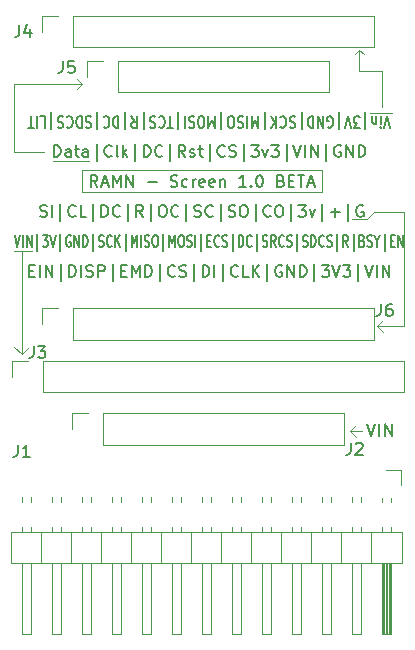
<source format=gbr>
G04 #@! TF.GenerationSoftware,KiCad,Pcbnew,(5.1.4)-1*
G04 #@! TF.CreationDate,2019-12-12T19:40:31+09:00*
G04 #@! TF.ProjectId,microcar_head,6d696372-6f63-4617-925f-686561642e6b,rev?*
G04 #@! TF.SameCoordinates,Original*
G04 #@! TF.FileFunction,Legend,Top*
G04 #@! TF.FilePolarity,Positive*
%FSLAX46Y46*%
G04 Gerber Fmt 4.6, Leading zero omitted, Abs format (unit mm)*
G04 Created by KiCad (PCBNEW (5.1.4)-1) date 2019-12-12 19:40:31*
%MOMM*%
%LPD*%
G04 APERTURE LIST*
%ADD10C,0.120000*%
%ADD11C,0.150000*%
G04 APERTURE END LIST*
D10*
X18415000Y-24765000D02*
X17970500Y-25146000D01*
X18415000Y-24765000D02*
X17970500Y-24320500D01*
X41910000Y-21844000D02*
X42291000Y-22225000D01*
X41910000Y-21844000D02*
X41529000Y-22225000D01*
X41910000Y-23622000D02*
X43815000Y-23622000D01*
X41910000Y-21844000D02*
X41910000Y-23622000D01*
X41148000Y-54102000D02*
X41656000Y-54610000D01*
X41656000Y-53594000D02*
X41148000Y-54102000D01*
X41148000Y-54102000D02*
X41656000Y-53594000D01*
X42164000Y-54102000D02*
X41148000Y-54102000D01*
D11*
X42592761Y-53554380D02*
X42926095Y-54554380D01*
X43259428Y-53554380D01*
X43592761Y-54554380D02*
X43592761Y-53554380D01*
X44068952Y-54554380D02*
X44068952Y-53554380D01*
X44640380Y-54554380D01*
X44640380Y-53554380D01*
D10*
X43434000Y-45212000D02*
X43942000Y-45720000D01*
X43434000Y-45212000D02*
X43942000Y-44704000D01*
X45720000Y-45212000D02*
X43434000Y-45212000D01*
X12700000Y-38862000D02*
X14224000Y-38862000D01*
X16002000Y-31242000D02*
X19050000Y-31242000D01*
X38735000Y-33909000D02*
X18415000Y-33909000D01*
X38735000Y-32004000D02*
X38735000Y-33909000D01*
X18415000Y-32004000D02*
X38735000Y-32004000D01*
X18415000Y-33909000D02*
X18415000Y-32004000D01*
D11*
X19741666Y-33472380D02*
X19408333Y-32996190D01*
X19170238Y-33472380D02*
X19170238Y-32472380D01*
X19551190Y-32472380D01*
X19646428Y-32520000D01*
X19694047Y-32567619D01*
X19741666Y-32662857D01*
X19741666Y-32805714D01*
X19694047Y-32900952D01*
X19646428Y-32948571D01*
X19551190Y-32996190D01*
X19170238Y-32996190D01*
X20122619Y-33186666D02*
X20598809Y-33186666D01*
X20027380Y-33472380D02*
X20360714Y-32472380D01*
X20694047Y-33472380D01*
X21027380Y-33472380D02*
X21027380Y-32472380D01*
X21360714Y-33186666D01*
X21694047Y-32472380D01*
X21694047Y-33472380D01*
X22170238Y-33472380D02*
X22170238Y-32472380D01*
X22741666Y-33472380D01*
X22741666Y-32472380D01*
X23979761Y-33091428D02*
X24741666Y-33091428D01*
X25932142Y-33424761D02*
X26075000Y-33472380D01*
X26313095Y-33472380D01*
X26408333Y-33424761D01*
X26455952Y-33377142D01*
X26503571Y-33281904D01*
X26503571Y-33186666D01*
X26455952Y-33091428D01*
X26408333Y-33043809D01*
X26313095Y-32996190D01*
X26122619Y-32948571D01*
X26027380Y-32900952D01*
X25979761Y-32853333D01*
X25932142Y-32758095D01*
X25932142Y-32662857D01*
X25979761Y-32567619D01*
X26027380Y-32520000D01*
X26122619Y-32472380D01*
X26360714Y-32472380D01*
X26503571Y-32520000D01*
X27360714Y-33424761D02*
X27265476Y-33472380D01*
X27075000Y-33472380D01*
X26979761Y-33424761D01*
X26932142Y-33377142D01*
X26884523Y-33281904D01*
X26884523Y-32996190D01*
X26932142Y-32900952D01*
X26979761Y-32853333D01*
X27075000Y-32805714D01*
X27265476Y-32805714D01*
X27360714Y-32853333D01*
X27789285Y-33472380D02*
X27789285Y-32805714D01*
X27789285Y-32996190D02*
X27836904Y-32900952D01*
X27884523Y-32853333D01*
X27979761Y-32805714D01*
X28075000Y-32805714D01*
X28789285Y-33424761D02*
X28694047Y-33472380D01*
X28503571Y-33472380D01*
X28408333Y-33424761D01*
X28360714Y-33329523D01*
X28360714Y-32948571D01*
X28408333Y-32853333D01*
X28503571Y-32805714D01*
X28694047Y-32805714D01*
X28789285Y-32853333D01*
X28836904Y-32948571D01*
X28836904Y-33043809D01*
X28360714Y-33139047D01*
X29646428Y-33424761D02*
X29551190Y-33472380D01*
X29360714Y-33472380D01*
X29265476Y-33424761D01*
X29217857Y-33329523D01*
X29217857Y-32948571D01*
X29265476Y-32853333D01*
X29360714Y-32805714D01*
X29551190Y-32805714D01*
X29646428Y-32853333D01*
X29694047Y-32948571D01*
X29694047Y-33043809D01*
X29217857Y-33139047D01*
X30122619Y-32805714D02*
X30122619Y-33472380D01*
X30122619Y-32900952D02*
X30170238Y-32853333D01*
X30265476Y-32805714D01*
X30408333Y-32805714D01*
X30503571Y-32853333D01*
X30551190Y-32948571D01*
X30551190Y-33472380D01*
X32313095Y-33472380D02*
X31741666Y-33472380D01*
X32027380Y-33472380D02*
X32027380Y-32472380D01*
X31932142Y-32615238D01*
X31836904Y-32710476D01*
X31741666Y-32758095D01*
X32741666Y-33377142D02*
X32789285Y-33424761D01*
X32741666Y-33472380D01*
X32694047Y-33424761D01*
X32741666Y-33377142D01*
X32741666Y-33472380D01*
X33408333Y-32472380D02*
X33503571Y-32472380D01*
X33598809Y-32520000D01*
X33646428Y-32567619D01*
X33694047Y-32662857D01*
X33741666Y-32853333D01*
X33741666Y-33091428D01*
X33694047Y-33281904D01*
X33646428Y-33377142D01*
X33598809Y-33424761D01*
X33503571Y-33472380D01*
X33408333Y-33472380D01*
X33313095Y-33424761D01*
X33265476Y-33377142D01*
X33217857Y-33281904D01*
X33170238Y-33091428D01*
X33170238Y-32853333D01*
X33217857Y-32662857D01*
X33265476Y-32567619D01*
X33313095Y-32520000D01*
X33408333Y-32472380D01*
X35265476Y-32948571D02*
X35408333Y-32996190D01*
X35455952Y-33043809D01*
X35503571Y-33139047D01*
X35503571Y-33281904D01*
X35455952Y-33377142D01*
X35408333Y-33424761D01*
X35313095Y-33472380D01*
X34932142Y-33472380D01*
X34932142Y-32472380D01*
X35265476Y-32472380D01*
X35360714Y-32520000D01*
X35408333Y-32567619D01*
X35455952Y-32662857D01*
X35455952Y-32758095D01*
X35408333Y-32853333D01*
X35360714Y-32900952D01*
X35265476Y-32948571D01*
X34932142Y-32948571D01*
X35932142Y-32948571D02*
X36265476Y-32948571D01*
X36408333Y-33472380D02*
X35932142Y-33472380D01*
X35932142Y-32472380D01*
X36408333Y-32472380D01*
X36694047Y-32472380D02*
X37265476Y-32472380D01*
X36979761Y-33472380D02*
X36979761Y-32472380D01*
X37551190Y-33186666D02*
X38027380Y-33186666D01*
X37455952Y-33472380D02*
X37789285Y-32472380D01*
X38122619Y-33472380D01*
D10*
X42799000Y-27178000D02*
X44704000Y-27178000D01*
X42545000Y-36195000D02*
X43180000Y-35560000D01*
X41275000Y-36195000D02*
X42545000Y-36195000D01*
X13335000Y-47625000D02*
X13970000Y-46990000D01*
X12700000Y-46990000D02*
X13335000Y-47625000D01*
X13335000Y-47625000D02*
X12700000Y-46990000D01*
X13335000Y-38862000D02*
X13335000Y-47625000D01*
X45720000Y-35560000D02*
X45720000Y-45212000D01*
X43180000Y-35560000D02*
X45720000Y-35560000D01*
X12700000Y-30480000D02*
X15240000Y-30480000D01*
X12700000Y-24765000D02*
X12700000Y-30480000D01*
X18415000Y-24765000D02*
X12700000Y-24765000D01*
X43815000Y-23622000D02*
X43815000Y-26670000D01*
D11*
X13971904Y-40568571D02*
X14305238Y-40568571D01*
X14448095Y-41092380D02*
X13971904Y-41092380D01*
X13971904Y-40092380D01*
X14448095Y-40092380D01*
X14876666Y-41092380D02*
X14876666Y-40092380D01*
X15352857Y-41092380D02*
X15352857Y-40092380D01*
X15924285Y-41092380D01*
X15924285Y-40092380D01*
X16638571Y-41425714D02*
X16638571Y-39997142D01*
X17352857Y-41092380D02*
X17352857Y-40092380D01*
X17590952Y-40092380D01*
X17733809Y-40140000D01*
X17829047Y-40235238D01*
X17876666Y-40330476D01*
X17924285Y-40520952D01*
X17924285Y-40663809D01*
X17876666Y-40854285D01*
X17829047Y-40949523D01*
X17733809Y-41044761D01*
X17590952Y-41092380D01*
X17352857Y-41092380D01*
X18352857Y-41092380D02*
X18352857Y-40092380D01*
X18781428Y-41044761D02*
X18924285Y-41092380D01*
X19162380Y-41092380D01*
X19257619Y-41044761D01*
X19305238Y-40997142D01*
X19352857Y-40901904D01*
X19352857Y-40806666D01*
X19305238Y-40711428D01*
X19257619Y-40663809D01*
X19162380Y-40616190D01*
X18971904Y-40568571D01*
X18876666Y-40520952D01*
X18829047Y-40473333D01*
X18781428Y-40378095D01*
X18781428Y-40282857D01*
X18829047Y-40187619D01*
X18876666Y-40140000D01*
X18971904Y-40092380D01*
X19210000Y-40092380D01*
X19352857Y-40140000D01*
X19781428Y-41092380D02*
X19781428Y-40092380D01*
X20162380Y-40092380D01*
X20257619Y-40140000D01*
X20305238Y-40187619D01*
X20352857Y-40282857D01*
X20352857Y-40425714D01*
X20305238Y-40520952D01*
X20257619Y-40568571D01*
X20162380Y-40616190D01*
X19781428Y-40616190D01*
X21019523Y-41425714D02*
X21019523Y-39997142D01*
X21733809Y-40568571D02*
X22067142Y-40568571D01*
X22210000Y-41092380D02*
X21733809Y-41092380D01*
X21733809Y-40092380D01*
X22210000Y-40092380D01*
X22638571Y-41092380D02*
X22638571Y-40092380D01*
X22971904Y-40806666D01*
X23305238Y-40092380D01*
X23305238Y-41092380D01*
X23781428Y-41092380D02*
X23781428Y-40092380D01*
X24019523Y-40092380D01*
X24162380Y-40140000D01*
X24257619Y-40235238D01*
X24305238Y-40330476D01*
X24352857Y-40520952D01*
X24352857Y-40663809D01*
X24305238Y-40854285D01*
X24257619Y-40949523D01*
X24162380Y-41044761D01*
X24019523Y-41092380D01*
X23781428Y-41092380D01*
X25019523Y-41425714D02*
X25019523Y-39997142D01*
X26305238Y-40997142D02*
X26257619Y-41044761D01*
X26114761Y-41092380D01*
X26019523Y-41092380D01*
X25876666Y-41044761D01*
X25781428Y-40949523D01*
X25733809Y-40854285D01*
X25686190Y-40663809D01*
X25686190Y-40520952D01*
X25733809Y-40330476D01*
X25781428Y-40235238D01*
X25876666Y-40140000D01*
X26019523Y-40092380D01*
X26114761Y-40092380D01*
X26257619Y-40140000D01*
X26305238Y-40187619D01*
X26686190Y-41044761D02*
X26829047Y-41092380D01*
X27067142Y-41092380D01*
X27162380Y-41044761D01*
X27210000Y-40997142D01*
X27257619Y-40901904D01*
X27257619Y-40806666D01*
X27210000Y-40711428D01*
X27162380Y-40663809D01*
X27067142Y-40616190D01*
X26876666Y-40568571D01*
X26781428Y-40520952D01*
X26733809Y-40473333D01*
X26686190Y-40378095D01*
X26686190Y-40282857D01*
X26733809Y-40187619D01*
X26781428Y-40140000D01*
X26876666Y-40092380D01*
X27114761Y-40092380D01*
X27257619Y-40140000D01*
X27924285Y-41425714D02*
X27924285Y-39997142D01*
X28638571Y-41092380D02*
X28638571Y-40092380D01*
X28876666Y-40092380D01*
X29019523Y-40140000D01*
X29114761Y-40235238D01*
X29162380Y-40330476D01*
X29210000Y-40520952D01*
X29210000Y-40663809D01*
X29162380Y-40854285D01*
X29114761Y-40949523D01*
X29019523Y-41044761D01*
X28876666Y-41092380D01*
X28638571Y-41092380D01*
X29638571Y-41092380D02*
X29638571Y-40092380D01*
X30352857Y-41425714D02*
X30352857Y-39997142D01*
X31638571Y-40997142D02*
X31590952Y-41044761D01*
X31448095Y-41092380D01*
X31352857Y-41092380D01*
X31210000Y-41044761D01*
X31114761Y-40949523D01*
X31067142Y-40854285D01*
X31019523Y-40663809D01*
X31019523Y-40520952D01*
X31067142Y-40330476D01*
X31114761Y-40235238D01*
X31210000Y-40140000D01*
X31352857Y-40092380D01*
X31448095Y-40092380D01*
X31590952Y-40140000D01*
X31638571Y-40187619D01*
X32543333Y-41092380D02*
X32067142Y-41092380D01*
X32067142Y-40092380D01*
X32876666Y-41092380D02*
X32876666Y-40092380D01*
X33448095Y-41092380D02*
X33019523Y-40520952D01*
X33448095Y-40092380D02*
X32876666Y-40663809D01*
X34114761Y-41425714D02*
X34114761Y-39997142D01*
X35352857Y-40140000D02*
X35257619Y-40092380D01*
X35114761Y-40092380D01*
X34971904Y-40140000D01*
X34876666Y-40235238D01*
X34829047Y-40330476D01*
X34781428Y-40520952D01*
X34781428Y-40663809D01*
X34829047Y-40854285D01*
X34876666Y-40949523D01*
X34971904Y-41044761D01*
X35114761Y-41092380D01*
X35210000Y-41092380D01*
X35352857Y-41044761D01*
X35400476Y-40997142D01*
X35400476Y-40663809D01*
X35210000Y-40663809D01*
X35829047Y-41092380D02*
X35829047Y-40092380D01*
X36400476Y-41092380D01*
X36400476Y-40092380D01*
X36876666Y-41092380D02*
X36876666Y-40092380D01*
X37114761Y-40092380D01*
X37257619Y-40140000D01*
X37352857Y-40235238D01*
X37400476Y-40330476D01*
X37448095Y-40520952D01*
X37448095Y-40663809D01*
X37400476Y-40854285D01*
X37352857Y-40949523D01*
X37257619Y-41044761D01*
X37114761Y-41092380D01*
X36876666Y-41092380D01*
X38114761Y-41425714D02*
X38114761Y-39997142D01*
X38733809Y-40092380D02*
X39352857Y-40092380D01*
X39019523Y-40473333D01*
X39162380Y-40473333D01*
X39257619Y-40520952D01*
X39305238Y-40568571D01*
X39352857Y-40663809D01*
X39352857Y-40901904D01*
X39305238Y-40997142D01*
X39257619Y-41044761D01*
X39162380Y-41092380D01*
X38876666Y-41092380D01*
X38781428Y-41044761D01*
X38733809Y-40997142D01*
X39638571Y-40092380D02*
X39971904Y-41092380D01*
X40305238Y-40092380D01*
X40543333Y-40092380D02*
X41162380Y-40092380D01*
X40829047Y-40473333D01*
X40971904Y-40473333D01*
X41067142Y-40520952D01*
X41114761Y-40568571D01*
X41162380Y-40663809D01*
X41162380Y-40901904D01*
X41114761Y-40997142D01*
X41067142Y-41044761D01*
X40971904Y-41092380D01*
X40686190Y-41092380D01*
X40590952Y-41044761D01*
X40543333Y-40997142D01*
X41829047Y-41425714D02*
X41829047Y-39997142D01*
X42400476Y-40092380D02*
X42733809Y-41092380D01*
X43067142Y-40092380D01*
X43400476Y-41092380D02*
X43400476Y-40092380D01*
X43876666Y-41092380D02*
X43876666Y-40092380D01*
X44448095Y-41092380D01*
X44448095Y-40092380D01*
X12726666Y-37552380D02*
X12960000Y-38552380D01*
X13193333Y-37552380D01*
X13426666Y-38552380D02*
X13426666Y-37552380D01*
X13760000Y-38552380D02*
X13760000Y-37552380D01*
X14160000Y-38552380D01*
X14160000Y-37552380D01*
X14660000Y-38885714D02*
X14660000Y-37457142D01*
X15093333Y-37552380D02*
X15526666Y-37552380D01*
X15293333Y-37933333D01*
X15393333Y-37933333D01*
X15460000Y-37980952D01*
X15493333Y-38028571D01*
X15526666Y-38123809D01*
X15526666Y-38361904D01*
X15493333Y-38457142D01*
X15460000Y-38504761D01*
X15393333Y-38552380D01*
X15193333Y-38552380D01*
X15126666Y-38504761D01*
X15093333Y-38457142D01*
X15726666Y-37552380D02*
X15960000Y-38552380D01*
X16193333Y-37552380D01*
X16593333Y-38885714D02*
X16593333Y-37457142D01*
X17460000Y-37600000D02*
X17393333Y-37552380D01*
X17293333Y-37552380D01*
X17193333Y-37600000D01*
X17126666Y-37695238D01*
X17093333Y-37790476D01*
X17060000Y-37980952D01*
X17060000Y-38123809D01*
X17093333Y-38314285D01*
X17126666Y-38409523D01*
X17193333Y-38504761D01*
X17293333Y-38552380D01*
X17360000Y-38552380D01*
X17460000Y-38504761D01*
X17493333Y-38457142D01*
X17493333Y-38123809D01*
X17360000Y-38123809D01*
X17793333Y-38552380D02*
X17793333Y-37552380D01*
X18193333Y-38552380D01*
X18193333Y-37552380D01*
X18526666Y-38552380D02*
X18526666Y-37552380D01*
X18693333Y-37552380D01*
X18793333Y-37600000D01*
X18860000Y-37695238D01*
X18893333Y-37790476D01*
X18926666Y-37980952D01*
X18926666Y-38123809D01*
X18893333Y-38314285D01*
X18860000Y-38409523D01*
X18793333Y-38504761D01*
X18693333Y-38552380D01*
X18526666Y-38552380D01*
X19393333Y-38885714D02*
X19393333Y-37457142D01*
X19860000Y-38504761D02*
X19960000Y-38552380D01*
X20126666Y-38552380D01*
X20193333Y-38504761D01*
X20226666Y-38457142D01*
X20260000Y-38361904D01*
X20260000Y-38266666D01*
X20226666Y-38171428D01*
X20193333Y-38123809D01*
X20126666Y-38076190D01*
X19993333Y-38028571D01*
X19926666Y-37980952D01*
X19893333Y-37933333D01*
X19860000Y-37838095D01*
X19860000Y-37742857D01*
X19893333Y-37647619D01*
X19926666Y-37600000D01*
X19993333Y-37552380D01*
X20160000Y-37552380D01*
X20260000Y-37600000D01*
X20960000Y-38457142D02*
X20926666Y-38504761D01*
X20826666Y-38552380D01*
X20760000Y-38552380D01*
X20660000Y-38504761D01*
X20593333Y-38409523D01*
X20560000Y-38314285D01*
X20526666Y-38123809D01*
X20526666Y-37980952D01*
X20560000Y-37790476D01*
X20593333Y-37695238D01*
X20660000Y-37600000D01*
X20760000Y-37552380D01*
X20826666Y-37552380D01*
X20926666Y-37600000D01*
X20960000Y-37647619D01*
X21260000Y-38552380D02*
X21260000Y-37552380D01*
X21660000Y-38552380D02*
X21360000Y-37980952D01*
X21660000Y-37552380D02*
X21260000Y-38123809D01*
X22126666Y-38885714D02*
X22126666Y-37457142D01*
X22626666Y-38552380D02*
X22626666Y-37552380D01*
X22860000Y-38266666D01*
X23093333Y-37552380D01*
X23093333Y-38552380D01*
X23426666Y-38552380D02*
X23426666Y-37552380D01*
X23726666Y-38504761D02*
X23826666Y-38552380D01*
X23993333Y-38552380D01*
X24060000Y-38504761D01*
X24093333Y-38457142D01*
X24126666Y-38361904D01*
X24126666Y-38266666D01*
X24093333Y-38171428D01*
X24060000Y-38123809D01*
X23993333Y-38076190D01*
X23860000Y-38028571D01*
X23793333Y-37980952D01*
X23760000Y-37933333D01*
X23726666Y-37838095D01*
X23726666Y-37742857D01*
X23760000Y-37647619D01*
X23793333Y-37600000D01*
X23860000Y-37552380D01*
X24026666Y-37552380D01*
X24126666Y-37600000D01*
X24560000Y-37552380D02*
X24693333Y-37552380D01*
X24760000Y-37600000D01*
X24826666Y-37695238D01*
X24860000Y-37885714D01*
X24860000Y-38219047D01*
X24826666Y-38409523D01*
X24760000Y-38504761D01*
X24693333Y-38552380D01*
X24560000Y-38552380D01*
X24493333Y-38504761D01*
X24426666Y-38409523D01*
X24393333Y-38219047D01*
X24393333Y-37885714D01*
X24426666Y-37695238D01*
X24493333Y-37600000D01*
X24560000Y-37552380D01*
X25326666Y-38885714D02*
X25326666Y-37457142D01*
X25826666Y-38552380D02*
X25826666Y-37552380D01*
X26060000Y-38266666D01*
X26293333Y-37552380D01*
X26293333Y-38552380D01*
X26760000Y-37552380D02*
X26893333Y-37552380D01*
X26960000Y-37600000D01*
X27026666Y-37695238D01*
X27060000Y-37885714D01*
X27060000Y-38219047D01*
X27026666Y-38409523D01*
X26960000Y-38504761D01*
X26893333Y-38552380D01*
X26760000Y-38552380D01*
X26693333Y-38504761D01*
X26626666Y-38409523D01*
X26593333Y-38219047D01*
X26593333Y-37885714D01*
X26626666Y-37695238D01*
X26693333Y-37600000D01*
X26760000Y-37552380D01*
X27326666Y-38504761D02*
X27426666Y-38552380D01*
X27593333Y-38552380D01*
X27660000Y-38504761D01*
X27693333Y-38457142D01*
X27726666Y-38361904D01*
X27726666Y-38266666D01*
X27693333Y-38171428D01*
X27660000Y-38123809D01*
X27593333Y-38076190D01*
X27460000Y-38028571D01*
X27393333Y-37980952D01*
X27360000Y-37933333D01*
X27326666Y-37838095D01*
X27326666Y-37742857D01*
X27360000Y-37647619D01*
X27393333Y-37600000D01*
X27460000Y-37552380D01*
X27626666Y-37552380D01*
X27726666Y-37600000D01*
X28026666Y-38552380D02*
X28026666Y-37552380D01*
X28526666Y-38885714D02*
X28526666Y-37457142D01*
X29026666Y-38028571D02*
X29260000Y-38028571D01*
X29360000Y-38552380D02*
X29026666Y-38552380D01*
X29026666Y-37552380D01*
X29360000Y-37552380D01*
X30060000Y-38457142D02*
X30026666Y-38504761D01*
X29926666Y-38552380D01*
X29860000Y-38552380D01*
X29760000Y-38504761D01*
X29693333Y-38409523D01*
X29660000Y-38314285D01*
X29626666Y-38123809D01*
X29626666Y-37980952D01*
X29660000Y-37790476D01*
X29693333Y-37695238D01*
X29760000Y-37600000D01*
X29860000Y-37552380D01*
X29926666Y-37552380D01*
X30026666Y-37600000D01*
X30060000Y-37647619D01*
X30326666Y-38504761D02*
X30426666Y-38552380D01*
X30593333Y-38552380D01*
X30660000Y-38504761D01*
X30693333Y-38457142D01*
X30726666Y-38361904D01*
X30726666Y-38266666D01*
X30693333Y-38171428D01*
X30660000Y-38123809D01*
X30593333Y-38076190D01*
X30460000Y-38028571D01*
X30393333Y-37980952D01*
X30360000Y-37933333D01*
X30326666Y-37838095D01*
X30326666Y-37742857D01*
X30360000Y-37647619D01*
X30393333Y-37600000D01*
X30460000Y-37552380D01*
X30626666Y-37552380D01*
X30726666Y-37600000D01*
X31193333Y-38885714D02*
X31193333Y-37457142D01*
X31693333Y-38552380D02*
X31693333Y-37552380D01*
X31860000Y-37552380D01*
X31960000Y-37600000D01*
X32026666Y-37695238D01*
X32060000Y-37790476D01*
X32093333Y-37980952D01*
X32093333Y-38123809D01*
X32060000Y-38314285D01*
X32026666Y-38409523D01*
X31960000Y-38504761D01*
X31860000Y-38552380D01*
X31693333Y-38552380D01*
X32793333Y-38457142D02*
X32760000Y-38504761D01*
X32660000Y-38552380D01*
X32593333Y-38552380D01*
X32493333Y-38504761D01*
X32426666Y-38409523D01*
X32393333Y-38314285D01*
X32360000Y-38123809D01*
X32360000Y-37980952D01*
X32393333Y-37790476D01*
X32426666Y-37695238D01*
X32493333Y-37600000D01*
X32593333Y-37552380D01*
X32660000Y-37552380D01*
X32760000Y-37600000D01*
X32793333Y-37647619D01*
X33260000Y-38885714D02*
X33260000Y-37457142D01*
X33726666Y-38504761D02*
X33826666Y-38552380D01*
X33993333Y-38552380D01*
X34060000Y-38504761D01*
X34093333Y-38457142D01*
X34126666Y-38361904D01*
X34126666Y-38266666D01*
X34093333Y-38171428D01*
X34060000Y-38123809D01*
X33993333Y-38076190D01*
X33860000Y-38028571D01*
X33793333Y-37980952D01*
X33760000Y-37933333D01*
X33726666Y-37838095D01*
X33726666Y-37742857D01*
X33760000Y-37647619D01*
X33793333Y-37600000D01*
X33860000Y-37552380D01*
X34026666Y-37552380D01*
X34126666Y-37600000D01*
X34826666Y-38552380D02*
X34593333Y-38076190D01*
X34426666Y-38552380D02*
X34426666Y-37552380D01*
X34693333Y-37552380D01*
X34760000Y-37600000D01*
X34793333Y-37647619D01*
X34826666Y-37742857D01*
X34826666Y-37885714D01*
X34793333Y-37980952D01*
X34760000Y-38028571D01*
X34693333Y-38076190D01*
X34426666Y-38076190D01*
X35526666Y-38457142D02*
X35493333Y-38504761D01*
X35393333Y-38552380D01*
X35326666Y-38552380D01*
X35226666Y-38504761D01*
X35160000Y-38409523D01*
X35126666Y-38314285D01*
X35093333Y-38123809D01*
X35093333Y-37980952D01*
X35126666Y-37790476D01*
X35160000Y-37695238D01*
X35226666Y-37600000D01*
X35326666Y-37552380D01*
X35393333Y-37552380D01*
X35493333Y-37600000D01*
X35526666Y-37647619D01*
X35793333Y-38504761D02*
X35893333Y-38552380D01*
X36060000Y-38552380D01*
X36126666Y-38504761D01*
X36160000Y-38457142D01*
X36193333Y-38361904D01*
X36193333Y-38266666D01*
X36160000Y-38171428D01*
X36126666Y-38123809D01*
X36060000Y-38076190D01*
X35926666Y-38028571D01*
X35860000Y-37980952D01*
X35826666Y-37933333D01*
X35793333Y-37838095D01*
X35793333Y-37742857D01*
X35826666Y-37647619D01*
X35860000Y-37600000D01*
X35926666Y-37552380D01*
X36093333Y-37552380D01*
X36193333Y-37600000D01*
X36660000Y-38885714D02*
X36660000Y-37457142D01*
X37126666Y-38504761D02*
X37226666Y-38552380D01*
X37393333Y-38552380D01*
X37460000Y-38504761D01*
X37493333Y-38457142D01*
X37526666Y-38361904D01*
X37526666Y-38266666D01*
X37493333Y-38171428D01*
X37460000Y-38123809D01*
X37393333Y-38076190D01*
X37260000Y-38028571D01*
X37193333Y-37980952D01*
X37160000Y-37933333D01*
X37126666Y-37838095D01*
X37126666Y-37742857D01*
X37160000Y-37647619D01*
X37193333Y-37600000D01*
X37260000Y-37552380D01*
X37426666Y-37552380D01*
X37526666Y-37600000D01*
X37826666Y-38552380D02*
X37826666Y-37552380D01*
X37993333Y-37552380D01*
X38093333Y-37600000D01*
X38160000Y-37695238D01*
X38193333Y-37790476D01*
X38226666Y-37980952D01*
X38226666Y-38123809D01*
X38193333Y-38314285D01*
X38160000Y-38409523D01*
X38093333Y-38504761D01*
X37993333Y-38552380D01*
X37826666Y-38552380D01*
X38926666Y-38457142D02*
X38893333Y-38504761D01*
X38793333Y-38552380D01*
X38726666Y-38552380D01*
X38626666Y-38504761D01*
X38560000Y-38409523D01*
X38526666Y-38314285D01*
X38493333Y-38123809D01*
X38493333Y-37980952D01*
X38526666Y-37790476D01*
X38560000Y-37695238D01*
X38626666Y-37600000D01*
X38726666Y-37552380D01*
X38793333Y-37552380D01*
X38893333Y-37600000D01*
X38926666Y-37647619D01*
X39193333Y-38504761D02*
X39293333Y-38552380D01*
X39460000Y-38552380D01*
X39526666Y-38504761D01*
X39560000Y-38457142D01*
X39593333Y-38361904D01*
X39593333Y-38266666D01*
X39560000Y-38171428D01*
X39526666Y-38123809D01*
X39460000Y-38076190D01*
X39326666Y-38028571D01*
X39260000Y-37980952D01*
X39226666Y-37933333D01*
X39193333Y-37838095D01*
X39193333Y-37742857D01*
X39226666Y-37647619D01*
X39260000Y-37600000D01*
X39326666Y-37552380D01*
X39493333Y-37552380D01*
X39593333Y-37600000D01*
X40060000Y-38885714D02*
X40060000Y-37457142D01*
X40960000Y-38552380D02*
X40726666Y-38076190D01*
X40560000Y-38552380D02*
X40560000Y-37552380D01*
X40826666Y-37552380D01*
X40893333Y-37600000D01*
X40926666Y-37647619D01*
X40960000Y-37742857D01*
X40960000Y-37885714D01*
X40926666Y-37980952D01*
X40893333Y-38028571D01*
X40826666Y-38076190D01*
X40560000Y-38076190D01*
X41426666Y-38885714D02*
X41426666Y-37457142D01*
X42160000Y-38028571D02*
X42260000Y-38076190D01*
X42293333Y-38123809D01*
X42326666Y-38219047D01*
X42326666Y-38361904D01*
X42293333Y-38457142D01*
X42260000Y-38504761D01*
X42193333Y-38552380D01*
X41926666Y-38552380D01*
X41926666Y-37552380D01*
X42160000Y-37552380D01*
X42226666Y-37600000D01*
X42260000Y-37647619D01*
X42293333Y-37742857D01*
X42293333Y-37838095D01*
X42260000Y-37933333D01*
X42226666Y-37980952D01*
X42160000Y-38028571D01*
X41926666Y-38028571D01*
X42593333Y-38504761D02*
X42693333Y-38552380D01*
X42860000Y-38552380D01*
X42926666Y-38504761D01*
X42960000Y-38457142D01*
X42993333Y-38361904D01*
X42993333Y-38266666D01*
X42960000Y-38171428D01*
X42926666Y-38123809D01*
X42860000Y-38076190D01*
X42726666Y-38028571D01*
X42660000Y-37980952D01*
X42626666Y-37933333D01*
X42593333Y-37838095D01*
X42593333Y-37742857D01*
X42626666Y-37647619D01*
X42660000Y-37600000D01*
X42726666Y-37552380D01*
X42893333Y-37552380D01*
X42993333Y-37600000D01*
X43426666Y-38076190D02*
X43426666Y-38552380D01*
X43193333Y-37552380D02*
X43426666Y-38076190D01*
X43660000Y-37552380D01*
X44060000Y-38885714D02*
X44060000Y-37457142D01*
X44560000Y-38028571D02*
X44793333Y-38028571D01*
X44893333Y-38552380D02*
X44560000Y-38552380D01*
X44560000Y-37552380D01*
X44893333Y-37552380D01*
X45193333Y-38552380D02*
X45193333Y-37552380D01*
X45593333Y-38552380D01*
X45593333Y-37552380D01*
X14884523Y-35964761D02*
X15027380Y-36012380D01*
X15265476Y-36012380D01*
X15360714Y-35964761D01*
X15408333Y-35917142D01*
X15455952Y-35821904D01*
X15455952Y-35726666D01*
X15408333Y-35631428D01*
X15360714Y-35583809D01*
X15265476Y-35536190D01*
X15075000Y-35488571D01*
X14979761Y-35440952D01*
X14932142Y-35393333D01*
X14884523Y-35298095D01*
X14884523Y-35202857D01*
X14932142Y-35107619D01*
X14979761Y-35060000D01*
X15075000Y-35012380D01*
X15313095Y-35012380D01*
X15455952Y-35060000D01*
X15884523Y-36012380D02*
X15884523Y-35012380D01*
X16598809Y-36345714D02*
X16598809Y-34917142D01*
X17884523Y-35917142D02*
X17836904Y-35964761D01*
X17694047Y-36012380D01*
X17598809Y-36012380D01*
X17455952Y-35964761D01*
X17360714Y-35869523D01*
X17313095Y-35774285D01*
X17265476Y-35583809D01*
X17265476Y-35440952D01*
X17313095Y-35250476D01*
X17360714Y-35155238D01*
X17455952Y-35060000D01*
X17598809Y-35012380D01*
X17694047Y-35012380D01*
X17836904Y-35060000D01*
X17884523Y-35107619D01*
X18789285Y-36012380D02*
X18313095Y-36012380D01*
X18313095Y-35012380D01*
X19360714Y-36345714D02*
X19360714Y-34917142D01*
X20075000Y-36012380D02*
X20075000Y-35012380D01*
X20313095Y-35012380D01*
X20455952Y-35060000D01*
X20551190Y-35155238D01*
X20598809Y-35250476D01*
X20646428Y-35440952D01*
X20646428Y-35583809D01*
X20598809Y-35774285D01*
X20551190Y-35869523D01*
X20455952Y-35964761D01*
X20313095Y-36012380D01*
X20075000Y-36012380D01*
X21646428Y-35917142D02*
X21598809Y-35964761D01*
X21455952Y-36012380D01*
X21360714Y-36012380D01*
X21217857Y-35964761D01*
X21122619Y-35869523D01*
X21075000Y-35774285D01*
X21027380Y-35583809D01*
X21027380Y-35440952D01*
X21075000Y-35250476D01*
X21122619Y-35155238D01*
X21217857Y-35060000D01*
X21360714Y-35012380D01*
X21455952Y-35012380D01*
X21598809Y-35060000D01*
X21646428Y-35107619D01*
X22313095Y-36345714D02*
X22313095Y-34917142D01*
X23598809Y-36012380D02*
X23265476Y-35536190D01*
X23027380Y-36012380D02*
X23027380Y-35012380D01*
X23408333Y-35012380D01*
X23503571Y-35060000D01*
X23551190Y-35107619D01*
X23598809Y-35202857D01*
X23598809Y-35345714D01*
X23551190Y-35440952D01*
X23503571Y-35488571D01*
X23408333Y-35536190D01*
X23027380Y-35536190D01*
X24265476Y-36345714D02*
X24265476Y-34917142D01*
X25170238Y-35012380D02*
X25360714Y-35012380D01*
X25455952Y-35060000D01*
X25551190Y-35155238D01*
X25598809Y-35345714D01*
X25598809Y-35679047D01*
X25551190Y-35869523D01*
X25455952Y-35964761D01*
X25360714Y-36012380D01*
X25170238Y-36012380D01*
X25075000Y-35964761D01*
X24979761Y-35869523D01*
X24932142Y-35679047D01*
X24932142Y-35345714D01*
X24979761Y-35155238D01*
X25075000Y-35060000D01*
X25170238Y-35012380D01*
X26598809Y-35917142D02*
X26551190Y-35964761D01*
X26408333Y-36012380D01*
X26313095Y-36012380D01*
X26170238Y-35964761D01*
X26075000Y-35869523D01*
X26027380Y-35774285D01*
X25979761Y-35583809D01*
X25979761Y-35440952D01*
X26027380Y-35250476D01*
X26075000Y-35155238D01*
X26170238Y-35060000D01*
X26313095Y-35012380D01*
X26408333Y-35012380D01*
X26551190Y-35060000D01*
X26598809Y-35107619D01*
X27265476Y-36345714D02*
X27265476Y-34917142D01*
X27932142Y-35964761D02*
X28075000Y-36012380D01*
X28313095Y-36012380D01*
X28408333Y-35964761D01*
X28455952Y-35917142D01*
X28503571Y-35821904D01*
X28503571Y-35726666D01*
X28455952Y-35631428D01*
X28408333Y-35583809D01*
X28313095Y-35536190D01*
X28122619Y-35488571D01*
X28027380Y-35440952D01*
X27979761Y-35393333D01*
X27932142Y-35298095D01*
X27932142Y-35202857D01*
X27979761Y-35107619D01*
X28027380Y-35060000D01*
X28122619Y-35012380D01*
X28360714Y-35012380D01*
X28503571Y-35060000D01*
X29503571Y-35917142D02*
X29455952Y-35964761D01*
X29313095Y-36012380D01*
X29217857Y-36012380D01*
X29074999Y-35964761D01*
X28979761Y-35869523D01*
X28932142Y-35774285D01*
X28884523Y-35583809D01*
X28884523Y-35440952D01*
X28932142Y-35250476D01*
X28979761Y-35155238D01*
X29074999Y-35060000D01*
X29217857Y-35012380D01*
X29313095Y-35012380D01*
X29455952Y-35060000D01*
X29503571Y-35107619D01*
X30170238Y-36345714D02*
X30170238Y-34917142D01*
X30836904Y-35964761D02*
X30979761Y-36012380D01*
X31217857Y-36012380D01*
X31313095Y-35964761D01*
X31360714Y-35917142D01*
X31408333Y-35821904D01*
X31408333Y-35726666D01*
X31360714Y-35631428D01*
X31313095Y-35583809D01*
X31217857Y-35536190D01*
X31027380Y-35488571D01*
X30932142Y-35440952D01*
X30884523Y-35393333D01*
X30836904Y-35298095D01*
X30836904Y-35202857D01*
X30884523Y-35107619D01*
X30932142Y-35060000D01*
X31027380Y-35012380D01*
X31265476Y-35012380D01*
X31408333Y-35060000D01*
X32027380Y-35012380D02*
X32217857Y-35012380D01*
X32313095Y-35060000D01*
X32408333Y-35155238D01*
X32455952Y-35345714D01*
X32455952Y-35679047D01*
X32408333Y-35869523D01*
X32313095Y-35964761D01*
X32217857Y-36012380D01*
X32027380Y-36012380D01*
X31932142Y-35964761D01*
X31836904Y-35869523D01*
X31789285Y-35679047D01*
X31789285Y-35345714D01*
X31836904Y-35155238D01*
X31932142Y-35060000D01*
X32027380Y-35012380D01*
X33122619Y-36345714D02*
X33122619Y-34917142D01*
X34408333Y-35917142D02*
X34360714Y-35964761D01*
X34217857Y-36012380D01*
X34122619Y-36012380D01*
X33979761Y-35964761D01*
X33884523Y-35869523D01*
X33836904Y-35774285D01*
X33789285Y-35583809D01*
X33789285Y-35440952D01*
X33836904Y-35250476D01*
X33884523Y-35155238D01*
X33979761Y-35060000D01*
X34122619Y-35012380D01*
X34217857Y-35012380D01*
X34360714Y-35060000D01*
X34408333Y-35107619D01*
X35027380Y-35012380D02*
X35217857Y-35012380D01*
X35313095Y-35060000D01*
X35408333Y-35155238D01*
X35455952Y-35345714D01*
X35455952Y-35679047D01*
X35408333Y-35869523D01*
X35313095Y-35964761D01*
X35217857Y-36012380D01*
X35027380Y-36012380D01*
X34932142Y-35964761D01*
X34836904Y-35869523D01*
X34789285Y-35679047D01*
X34789285Y-35345714D01*
X34836904Y-35155238D01*
X34932142Y-35060000D01*
X35027380Y-35012380D01*
X36122619Y-36345714D02*
X36122619Y-34917142D01*
X36741666Y-35012380D02*
X37360714Y-35012380D01*
X37027380Y-35393333D01*
X37170238Y-35393333D01*
X37265476Y-35440952D01*
X37313095Y-35488571D01*
X37360714Y-35583809D01*
X37360714Y-35821904D01*
X37313095Y-35917142D01*
X37265476Y-35964761D01*
X37170238Y-36012380D01*
X36884523Y-36012380D01*
X36789285Y-35964761D01*
X36741666Y-35917142D01*
X37694047Y-35345714D02*
X37932142Y-36012380D01*
X38170238Y-35345714D01*
X38789285Y-36345714D02*
X38789285Y-34917142D01*
X39503571Y-35631428D02*
X40265476Y-35631428D01*
X39884523Y-36012380D02*
X39884523Y-35250476D01*
X40979761Y-36345714D02*
X40979761Y-34917142D01*
X42217857Y-35060000D02*
X42122619Y-35012380D01*
X41979761Y-35012380D01*
X41836904Y-35060000D01*
X41741666Y-35155238D01*
X41694047Y-35250476D01*
X41646428Y-35440952D01*
X41646428Y-35583809D01*
X41694047Y-35774285D01*
X41741666Y-35869523D01*
X41836904Y-35964761D01*
X41979761Y-36012380D01*
X42074999Y-36012380D01*
X42217857Y-35964761D01*
X42265476Y-35917142D01*
X42265476Y-35583809D01*
X42074999Y-35583809D01*
X16043333Y-30932380D02*
X16043333Y-29932380D01*
X16281428Y-29932380D01*
X16424285Y-29980000D01*
X16519523Y-30075238D01*
X16567142Y-30170476D01*
X16614761Y-30360952D01*
X16614761Y-30503809D01*
X16567142Y-30694285D01*
X16519523Y-30789523D01*
X16424285Y-30884761D01*
X16281428Y-30932380D01*
X16043333Y-30932380D01*
X17471904Y-30932380D02*
X17471904Y-30408571D01*
X17424285Y-30313333D01*
X17329047Y-30265714D01*
X17138571Y-30265714D01*
X17043333Y-30313333D01*
X17471904Y-30884761D02*
X17376666Y-30932380D01*
X17138571Y-30932380D01*
X17043333Y-30884761D01*
X16995714Y-30789523D01*
X16995714Y-30694285D01*
X17043333Y-30599047D01*
X17138571Y-30551428D01*
X17376666Y-30551428D01*
X17471904Y-30503809D01*
X17805238Y-30265714D02*
X18186190Y-30265714D01*
X17948095Y-29932380D02*
X17948095Y-30789523D01*
X17995714Y-30884761D01*
X18090952Y-30932380D01*
X18186190Y-30932380D01*
X18948095Y-30932380D02*
X18948095Y-30408571D01*
X18900476Y-30313333D01*
X18805238Y-30265714D01*
X18614761Y-30265714D01*
X18519523Y-30313333D01*
X18948095Y-30884761D02*
X18852857Y-30932380D01*
X18614761Y-30932380D01*
X18519523Y-30884761D01*
X18471904Y-30789523D01*
X18471904Y-30694285D01*
X18519523Y-30599047D01*
X18614761Y-30551428D01*
X18852857Y-30551428D01*
X18948095Y-30503809D01*
X19662380Y-31265714D02*
X19662380Y-29837142D01*
X20948095Y-30837142D02*
X20900476Y-30884761D01*
X20757619Y-30932380D01*
X20662380Y-30932380D01*
X20519523Y-30884761D01*
X20424285Y-30789523D01*
X20376666Y-30694285D01*
X20329047Y-30503809D01*
X20329047Y-30360952D01*
X20376666Y-30170476D01*
X20424285Y-30075238D01*
X20519523Y-29980000D01*
X20662380Y-29932380D01*
X20757619Y-29932380D01*
X20900476Y-29980000D01*
X20948095Y-30027619D01*
X21519523Y-30932380D02*
X21424285Y-30884761D01*
X21376666Y-30789523D01*
X21376666Y-29932380D01*
X21900476Y-30932380D02*
X21900476Y-29932380D01*
X21995714Y-30551428D02*
X22281428Y-30932380D01*
X22281428Y-30265714D02*
X21900476Y-30646666D01*
X22948095Y-31265714D02*
X22948095Y-29837142D01*
X23662380Y-30932380D02*
X23662380Y-29932380D01*
X23900476Y-29932380D01*
X24043333Y-29980000D01*
X24138571Y-30075238D01*
X24186190Y-30170476D01*
X24233809Y-30360952D01*
X24233809Y-30503809D01*
X24186190Y-30694285D01*
X24138571Y-30789523D01*
X24043333Y-30884761D01*
X23900476Y-30932380D01*
X23662380Y-30932380D01*
X25233809Y-30837142D02*
X25186190Y-30884761D01*
X25043333Y-30932380D01*
X24948095Y-30932380D01*
X24805238Y-30884761D01*
X24710000Y-30789523D01*
X24662380Y-30694285D01*
X24614761Y-30503809D01*
X24614761Y-30360952D01*
X24662380Y-30170476D01*
X24710000Y-30075238D01*
X24805238Y-29980000D01*
X24948095Y-29932380D01*
X25043333Y-29932380D01*
X25186190Y-29980000D01*
X25233809Y-30027619D01*
X25900476Y-31265714D02*
X25900476Y-29837142D01*
X27186190Y-30932380D02*
X26852857Y-30456190D01*
X26614761Y-30932380D02*
X26614761Y-29932380D01*
X26995714Y-29932380D01*
X27090952Y-29980000D01*
X27138571Y-30027619D01*
X27186190Y-30122857D01*
X27186190Y-30265714D01*
X27138571Y-30360952D01*
X27090952Y-30408571D01*
X26995714Y-30456190D01*
X26614761Y-30456190D01*
X27567142Y-30884761D02*
X27662380Y-30932380D01*
X27852857Y-30932380D01*
X27948095Y-30884761D01*
X27995714Y-30789523D01*
X27995714Y-30741904D01*
X27948095Y-30646666D01*
X27852857Y-30599047D01*
X27710000Y-30599047D01*
X27614761Y-30551428D01*
X27567142Y-30456190D01*
X27567142Y-30408571D01*
X27614761Y-30313333D01*
X27710000Y-30265714D01*
X27852857Y-30265714D01*
X27948095Y-30313333D01*
X28281428Y-30265714D02*
X28662380Y-30265714D01*
X28424285Y-29932380D02*
X28424285Y-30789523D01*
X28471904Y-30884761D01*
X28567142Y-30932380D01*
X28662380Y-30932380D01*
X29233809Y-31265714D02*
X29233809Y-29837142D01*
X30519523Y-30837142D02*
X30471904Y-30884761D01*
X30329047Y-30932380D01*
X30233809Y-30932380D01*
X30090952Y-30884761D01*
X29995714Y-30789523D01*
X29948095Y-30694285D01*
X29900476Y-30503809D01*
X29900476Y-30360952D01*
X29948095Y-30170476D01*
X29995714Y-30075238D01*
X30090952Y-29980000D01*
X30233809Y-29932380D01*
X30329047Y-29932380D01*
X30471904Y-29980000D01*
X30519523Y-30027619D01*
X30900476Y-30884761D02*
X31043333Y-30932380D01*
X31281428Y-30932380D01*
X31376666Y-30884761D01*
X31424285Y-30837142D01*
X31471904Y-30741904D01*
X31471904Y-30646666D01*
X31424285Y-30551428D01*
X31376666Y-30503809D01*
X31281428Y-30456190D01*
X31090952Y-30408571D01*
X30995714Y-30360952D01*
X30948095Y-30313333D01*
X30900476Y-30218095D01*
X30900476Y-30122857D01*
X30948095Y-30027619D01*
X30995714Y-29980000D01*
X31090952Y-29932380D01*
X31329047Y-29932380D01*
X31471904Y-29980000D01*
X32138571Y-31265714D02*
X32138571Y-29837142D01*
X32757619Y-29932380D02*
X33376666Y-29932380D01*
X33043333Y-30313333D01*
X33186190Y-30313333D01*
X33281428Y-30360952D01*
X33329047Y-30408571D01*
X33376666Y-30503809D01*
X33376666Y-30741904D01*
X33329047Y-30837142D01*
X33281428Y-30884761D01*
X33186190Y-30932380D01*
X32900476Y-30932380D01*
X32805238Y-30884761D01*
X32757619Y-30837142D01*
X33709999Y-30265714D02*
X33948095Y-30932380D01*
X34186190Y-30265714D01*
X34471904Y-29932380D02*
X35090952Y-29932380D01*
X34757619Y-30313333D01*
X34900476Y-30313333D01*
X34995714Y-30360952D01*
X35043333Y-30408571D01*
X35090952Y-30503809D01*
X35090952Y-30741904D01*
X35043333Y-30837142D01*
X34995714Y-30884761D01*
X34900476Y-30932380D01*
X34614761Y-30932380D01*
X34519523Y-30884761D01*
X34471904Y-30837142D01*
X35757619Y-31265714D02*
X35757619Y-29837142D01*
X36329047Y-29932380D02*
X36662380Y-30932380D01*
X36995714Y-29932380D01*
X37329047Y-30932380D02*
X37329047Y-29932380D01*
X37805238Y-30932380D02*
X37805238Y-29932380D01*
X38376666Y-30932380D01*
X38376666Y-29932380D01*
X39090952Y-31265714D02*
X39090952Y-29837142D01*
X40329047Y-29980000D02*
X40233809Y-29932380D01*
X40090952Y-29932380D01*
X39948095Y-29980000D01*
X39852857Y-30075238D01*
X39805238Y-30170476D01*
X39757619Y-30360952D01*
X39757619Y-30503809D01*
X39805238Y-30694285D01*
X39852857Y-30789523D01*
X39948095Y-30884761D01*
X40090952Y-30932380D01*
X40186190Y-30932380D01*
X40329047Y-30884761D01*
X40376666Y-30837142D01*
X40376666Y-30503809D01*
X40186190Y-30503809D01*
X40805238Y-30932380D02*
X40805238Y-29932380D01*
X41376666Y-30932380D01*
X41376666Y-29932380D01*
X41852857Y-30932380D02*
X41852857Y-29932380D01*
X42090952Y-29932380D01*
X42233809Y-29980000D01*
X42329047Y-30075238D01*
X42376666Y-30170476D01*
X42424285Y-30360952D01*
X42424285Y-30503809D01*
X42376666Y-30694285D01*
X42329047Y-30789523D01*
X42233809Y-30884761D01*
X42090952Y-30932380D01*
X41852857Y-30932380D01*
X44524285Y-28487619D02*
X44257619Y-27487619D01*
X43990952Y-28487619D01*
X43724285Y-27487619D02*
X43724285Y-28154285D01*
X43724285Y-28487619D02*
X43762380Y-28440000D01*
X43724285Y-28392380D01*
X43686190Y-28440000D01*
X43724285Y-28487619D01*
X43724285Y-28392380D01*
X43343333Y-28154285D02*
X43343333Y-27487619D01*
X43343333Y-28059047D02*
X43305238Y-28106666D01*
X43229047Y-28154285D01*
X43114761Y-28154285D01*
X43038571Y-28106666D01*
X43000476Y-28011428D01*
X43000476Y-27487619D01*
X42429047Y-27154285D02*
X42429047Y-28582857D01*
X41933809Y-28487619D02*
X41438571Y-28487619D01*
X41705238Y-28106666D01*
X41590952Y-28106666D01*
X41514761Y-28059047D01*
X41476666Y-28011428D01*
X41438571Y-27916190D01*
X41438571Y-27678095D01*
X41476666Y-27582857D01*
X41514761Y-27535238D01*
X41590952Y-27487619D01*
X41819523Y-27487619D01*
X41895714Y-27535238D01*
X41933809Y-27582857D01*
X41209999Y-28487619D02*
X40943333Y-27487619D01*
X40676666Y-28487619D01*
X40219523Y-27154285D02*
X40219523Y-28582857D01*
X39229047Y-28440000D02*
X39305238Y-28487619D01*
X39419523Y-28487619D01*
X39533809Y-28440000D01*
X39609999Y-28344761D01*
X39648095Y-28249523D01*
X39686190Y-28059047D01*
X39686190Y-27916190D01*
X39648095Y-27725714D01*
X39609999Y-27630476D01*
X39533809Y-27535238D01*
X39419523Y-27487619D01*
X39343333Y-27487619D01*
X39229047Y-27535238D01*
X39190952Y-27582857D01*
X39190952Y-27916190D01*
X39343333Y-27916190D01*
X38848095Y-27487619D02*
X38848095Y-28487619D01*
X38390952Y-27487619D01*
X38390952Y-28487619D01*
X38009999Y-27487619D02*
X38009999Y-28487619D01*
X37819523Y-28487619D01*
X37705238Y-28440000D01*
X37629047Y-28344761D01*
X37590952Y-28249523D01*
X37552857Y-28059047D01*
X37552857Y-27916190D01*
X37590952Y-27725714D01*
X37629047Y-27630476D01*
X37705238Y-27535238D01*
X37819523Y-27487619D01*
X38009999Y-27487619D01*
X37019523Y-27154285D02*
X37019523Y-28582857D01*
X36486190Y-27535238D02*
X36371904Y-27487619D01*
X36181428Y-27487619D01*
X36105238Y-27535238D01*
X36067142Y-27582857D01*
X36029047Y-27678095D01*
X36029047Y-27773333D01*
X36067142Y-27868571D01*
X36105238Y-27916190D01*
X36181428Y-27963809D01*
X36333809Y-28011428D01*
X36409999Y-28059047D01*
X36448095Y-28106666D01*
X36486190Y-28201904D01*
X36486190Y-28297142D01*
X36448095Y-28392380D01*
X36409999Y-28440000D01*
X36333809Y-28487619D01*
X36143333Y-28487619D01*
X36029047Y-28440000D01*
X35229047Y-27582857D02*
X35267142Y-27535238D01*
X35381428Y-27487619D01*
X35457619Y-27487619D01*
X35571904Y-27535238D01*
X35648095Y-27630476D01*
X35686190Y-27725714D01*
X35724285Y-27916190D01*
X35724285Y-28059047D01*
X35686190Y-28249523D01*
X35648095Y-28344761D01*
X35571904Y-28440000D01*
X35457619Y-28487619D01*
X35381428Y-28487619D01*
X35267142Y-28440000D01*
X35229047Y-28392380D01*
X34886190Y-27487619D02*
X34886190Y-28487619D01*
X34429047Y-27487619D02*
X34771904Y-28059047D01*
X34429047Y-28487619D02*
X34886190Y-27916190D01*
X33895714Y-27154285D02*
X33895714Y-28582857D01*
X33324285Y-27487619D02*
X33324285Y-28487619D01*
X33057619Y-27773333D01*
X32790952Y-28487619D01*
X32790952Y-27487619D01*
X32409999Y-27487619D02*
X32409999Y-28487619D01*
X32067142Y-27535238D02*
X31952857Y-27487619D01*
X31762380Y-27487619D01*
X31686190Y-27535238D01*
X31648095Y-27582857D01*
X31609999Y-27678095D01*
X31609999Y-27773333D01*
X31648095Y-27868571D01*
X31686190Y-27916190D01*
X31762380Y-27963809D01*
X31914761Y-28011428D01*
X31990952Y-28059047D01*
X32029047Y-28106666D01*
X32067142Y-28201904D01*
X32067142Y-28297142D01*
X32029047Y-28392380D01*
X31990952Y-28440000D01*
X31914761Y-28487619D01*
X31724285Y-28487619D01*
X31609999Y-28440000D01*
X31114761Y-28487619D02*
X30962380Y-28487619D01*
X30886190Y-28440000D01*
X30809999Y-28344761D01*
X30771904Y-28154285D01*
X30771904Y-27820952D01*
X30809999Y-27630476D01*
X30886190Y-27535238D01*
X30962380Y-27487619D01*
X31114761Y-27487619D01*
X31190952Y-27535238D01*
X31267142Y-27630476D01*
X31305238Y-27820952D01*
X31305238Y-28154285D01*
X31267142Y-28344761D01*
X31190952Y-28440000D01*
X31114761Y-28487619D01*
X30238571Y-27154285D02*
X30238571Y-28582857D01*
X29667142Y-27487619D02*
X29667142Y-28487619D01*
X29400476Y-27773333D01*
X29133809Y-28487619D01*
X29133809Y-27487619D01*
X28600476Y-28487619D02*
X28448095Y-28487619D01*
X28371904Y-28440000D01*
X28295714Y-28344761D01*
X28257619Y-28154285D01*
X28257619Y-27820952D01*
X28295714Y-27630476D01*
X28371904Y-27535238D01*
X28448095Y-27487619D01*
X28600476Y-27487619D01*
X28676666Y-27535238D01*
X28752857Y-27630476D01*
X28790952Y-27820952D01*
X28790952Y-28154285D01*
X28752857Y-28344761D01*
X28676666Y-28440000D01*
X28600476Y-28487619D01*
X27952857Y-27535238D02*
X27838571Y-27487619D01*
X27648095Y-27487619D01*
X27571904Y-27535238D01*
X27533809Y-27582857D01*
X27495714Y-27678095D01*
X27495714Y-27773333D01*
X27533809Y-27868571D01*
X27571904Y-27916190D01*
X27648095Y-27963809D01*
X27800476Y-28011428D01*
X27876666Y-28059047D01*
X27914761Y-28106666D01*
X27952857Y-28201904D01*
X27952857Y-28297142D01*
X27914761Y-28392380D01*
X27876666Y-28440000D01*
X27800476Y-28487619D01*
X27609999Y-28487619D01*
X27495714Y-28440000D01*
X27152857Y-27487619D02*
X27152857Y-28487619D01*
X26581428Y-27154285D02*
X26581428Y-28582857D01*
X26124285Y-28487619D02*
X25667142Y-28487619D01*
X25895714Y-27487619D02*
X25895714Y-28487619D01*
X24943333Y-27582857D02*
X24981428Y-27535238D01*
X25095714Y-27487619D01*
X25171904Y-27487619D01*
X25286190Y-27535238D01*
X25362380Y-27630476D01*
X25400476Y-27725714D01*
X25438571Y-27916190D01*
X25438571Y-28059047D01*
X25400476Y-28249523D01*
X25362380Y-28344761D01*
X25286190Y-28440000D01*
X25171904Y-28487619D01*
X25095714Y-28487619D01*
X24981428Y-28440000D01*
X24943333Y-28392380D01*
X24638571Y-27535238D02*
X24524285Y-27487619D01*
X24333809Y-27487619D01*
X24257619Y-27535238D01*
X24219523Y-27582857D01*
X24181428Y-27678095D01*
X24181428Y-27773333D01*
X24219523Y-27868571D01*
X24257619Y-27916190D01*
X24333809Y-27963809D01*
X24486190Y-28011428D01*
X24562380Y-28059047D01*
X24600476Y-28106666D01*
X24638571Y-28201904D01*
X24638571Y-28297142D01*
X24600476Y-28392380D01*
X24562380Y-28440000D01*
X24486190Y-28487619D01*
X24295714Y-28487619D01*
X24181428Y-28440000D01*
X23648095Y-27154285D02*
X23648095Y-28582857D01*
X22619523Y-27487619D02*
X22886190Y-27963809D01*
X23076666Y-27487619D02*
X23076666Y-28487619D01*
X22771904Y-28487619D01*
X22695714Y-28440000D01*
X22657619Y-28392380D01*
X22619523Y-28297142D01*
X22619523Y-28154285D01*
X22657619Y-28059047D01*
X22695714Y-28011428D01*
X22771904Y-27963809D01*
X23076666Y-27963809D01*
X22086190Y-27154285D02*
X22086190Y-28582857D01*
X21514761Y-27487619D02*
X21514761Y-28487619D01*
X21324285Y-28487619D01*
X21210000Y-28440000D01*
X21133809Y-28344761D01*
X21095714Y-28249523D01*
X21057619Y-28059047D01*
X21057619Y-27916190D01*
X21095714Y-27725714D01*
X21133809Y-27630476D01*
X21210000Y-27535238D01*
X21324285Y-27487619D01*
X21514761Y-27487619D01*
X20257619Y-27582857D02*
X20295714Y-27535238D01*
X20409999Y-27487619D01*
X20486190Y-27487619D01*
X20600476Y-27535238D01*
X20676666Y-27630476D01*
X20714761Y-27725714D01*
X20752857Y-27916190D01*
X20752857Y-28059047D01*
X20714761Y-28249523D01*
X20676666Y-28344761D01*
X20600476Y-28440000D01*
X20486190Y-28487619D01*
X20409999Y-28487619D01*
X20295714Y-28440000D01*
X20257619Y-28392380D01*
X19724285Y-27154285D02*
X19724285Y-28582857D01*
X19190952Y-27535238D02*
X19076666Y-27487619D01*
X18886190Y-27487619D01*
X18810000Y-27535238D01*
X18771904Y-27582857D01*
X18733809Y-27678095D01*
X18733809Y-27773333D01*
X18771904Y-27868571D01*
X18810000Y-27916190D01*
X18886190Y-27963809D01*
X19038571Y-28011428D01*
X19114761Y-28059047D01*
X19152857Y-28106666D01*
X19190952Y-28201904D01*
X19190952Y-28297142D01*
X19152857Y-28392380D01*
X19114761Y-28440000D01*
X19038571Y-28487619D01*
X18848095Y-28487619D01*
X18733809Y-28440000D01*
X18390952Y-27487619D02*
X18390952Y-28487619D01*
X18200476Y-28487619D01*
X18086190Y-28440000D01*
X18010000Y-28344761D01*
X17971904Y-28249523D01*
X17933809Y-28059047D01*
X17933809Y-27916190D01*
X17971904Y-27725714D01*
X18010000Y-27630476D01*
X18086190Y-27535238D01*
X18200476Y-27487619D01*
X18390952Y-27487619D01*
X17133809Y-27582857D02*
X17171904Y-27535238D01*
X17286190Y-27487619D01*
X17362380Y-27487619D01*
X17476666Y-27535238D01*
X17552857Y-27630476D01*
X17590952Y-27725714D01*
X17629047Y-27916190D01*
X17629047Y-28059047D01*
X17590952Y-28249523D01*
X17552857Y-28344761D01*
X17476666Y-28440000D01*
X17362380Y-28487619D01*
X17286190Y-28487619D01*
X17171904Y-28440000D01*
X17133809Y-28392380D01*
X16829047Y-27535238D02*
X16714761Y-27487619D01*
X16524285Y-27487619D01*
X16448095Y-27535238D01*
X16410000Y-27582857D01*
X16371904Y-27678095D01*
X16371904Y-27773333D01*
X16410000Y-27868571D01*
X16448095Y-27916190D01*
X16524285Y-27963809D01*
X16676666Y-28011428D01*
X16752857Y-28059047D01*
X16790952Y-28106666D01*
X16829047Y-28201904D01*
X16829047Y-28297142D01*
X16790952Y-28392380D01*
X16752857Y-28440000D01*
X16676666Y-28487619D01*
X16486190Y-28487619D01*
X16371904Y-28440000D01*
X15838571Y-27154285D02*
X15838571Y-28582857D01*
X14886190Y-27487619D02*
X15267142Y-27487619D01*
X15267142Y-28487619D01*
X14619523Y-27487619D02*
X14619523Y-28487619D01*
X14352857Y-28487619D02*
X13895714Y-28487619D01*
X14124285Y-27487619D02*
X14124285Y-28487619D01*
D10*
X45466000Y-57404000D02*
X45466000Y-58674000D01*
X44196000Y-57404000D02*
X45466000Y-57404000D01*
X13336000Y-59716929D02*
X13336000Y-60171071D01*
X14096000Y-59716929D02*
X14096000Y-60171071D01*
X13336000Y-62256929D02*
X13336000Y-62654000D01*
X14096000Y-62256929D02*
X14096000Y-62654000D01*
X13336000Y-71314000D02*
X13336000Y-65314000D01*
X14096000Y-71314000D02*
X13336000Y-71314000D01*
X14096000Y-65314000D02*
X14096000Y-71314000D01*
X14986000Y-62654000D02*
X14986000Y-65314000D01*
X15876000Y-59716929D02*
X15876000Y-60171071D01*
X16636000Y-59716929D02*
X16636000Y-60171071D01*
X15876000Y-62256929D02*
X15876000Y-62654000D01*
X16636000Y-62256929D02*
X16636000Y-62654000D01*
X15876000Y-71314000D02*
X15876000Y-65314000D01*
X16636000Y-71314000D02*
X15876000Y-71314000D01*
X16636000Y-65314000D02*
X16636000Y-71314000D01*
X17526000Y-62654000D02*
X17526000Y-65314000D01*
X18416000Y-59716929D02*
X18416000Y-60171071D01*
X19176000Y-59716929D02*
X19176000Y-60171071D01*
X18416000Y-62256929D02*
X18416000Y-62654000D01*
X19176000Y-62256929D02*
X19176000Y-62654000D01*
X18416000Y-71314000D02*
X18416000Y-65314000D01*
X19176000Y-71314000D02*
X18416000Y-71314000D01*
X19176000Y-65314000D02*
X19176000Y-71314000D01*
X20066000Y-62654000D02*
X20066000Y-65314000D01*
X20956000Y-59716929D02*
X20956000Y-60171071D01*
X21716000Y-59716929D02*
X21716000Y-60171071D01*
X20956000Y-62256929D02*
X20956000Y-62654000D01*
X21716000Y-62256929D02*
X21716000Y-62654000D01*
X20956000Y-71314000D02*
X20956000Y-65314000D01*
X21716000Y-71314000D02*
X20956000Y-71314000D01*
X21716000Y-65314000D02*
X21716000Y-71314000D01*
X22606000Y-62654000D02*
X22606000Y-65314000D01*
X23496000Y-59716929D02*
X23496000Y-60171071D01*
X24256000Y-59716929D02*
X24256000Y-60171071D01*
X23496000Y-62256929D02*
X23496000Y-62654000D01*
X24256000Y-62256929D02*
X24256000Y-62654000D01*
X23496000Y-71314000D02*
X23496000Y-65314000D01*
X24256000Y-71314000D02*
X23496000Y-71314000D01*
X24256000Y-65314000D02*
X24256000Y-71314000D01*
X25146000Y-62654000D02*
X25146000Y-65314000D01*
X26036000Y-59716929D02*
X26036000Y-60171071D01*
X26796000Y-59716929D02*
X26796000Y-60171071D01*
X26036000Y-62256929D02*
X26036000Y-62654000D01*
X26796000Y-62256929D02*
X26796000Y-62654000D01*
X26036000Y-71314000D02*
X26036000Y-65314000D01*
X26796000Y-71314000D02*
X26036000Y-71314000D01*
X26796000Y-65314000D02*
X26796000Y-71314000D01*
X27686000Y-62654000D02*
X27686000Y-65314000D01*
X28576000Y-59716929D02*
X28576000Y-60171071D01*
X29336000Y-59716929D02*
X29336000Y-60171071D01*
X28576000Y-62256929D02*
X28576000Y-62654000D01*
X29336000Y-62256929D02*
X29336000Y-62654000D01*
X28576000Y-71314000D02*
X28576000Y-65314000D01*
X29336000Y-71314000D02*
X28576000Y-71314000D01*
X29336000Y-65314000D02*
X29336000Y-71314000D01*
X30226000Y-62654000D02*
X30226000Y-65314000D01*
X31116000Y-59716929D02*
X31116000Y-60171071D01*
X31876000Y-59716929D02*
X31876000Y-60171071D01*
X31116000Y-62256929D02*
X31116000Y-62654000D01*
X31876000Y-62256929D02*
X31876000Y-62654000D01*
X31116000Y-71314000D02*
X31116000Y-65314000D01*
X31876000Y-71314000D02*
X31116000Y-71314000D01*
X31876000Y-65314000D02*
X31876000Y-71314000D01*
X32766000Y-62654000D02*
X32766000Y-65314000D01*
X33656000Y-59716929D02*
X33656000Y-60171071D01*
X34416000Y-59716929D02*
X34416000Y-60171071D01*
X33656000Y-62256929D02*
X33656000Y-62654000D01*
X34416000Y-62256929D02*
X34416000Y-62654000D01*
X33656000Y-71314000D02*
X33656000Y-65314000D01*
X34416000Y-71314000D02*
X33656000Y-71314000D01*
X34416000Y-65314000D02*
X34416000Y-71314000D01*
X35306000Y-62654000D02*
X35306000Y-65314000D01*
X36196000Y-59716929D02*
X36196000Y-60171071D01*
X36956000Y-59716929D02*
X36956000Y-60171071D01*
X36196000Y-62256929D02*
X36196000Y-62654000D01*
X36956000Y-62256929D02*
X36956000Y-62654000D01*
X36196000Y-71314000D02*
X36196000Y-65314000D01*
X36956000Y-71314000D02*
X36196000Y-71314000D01*
X36956000Y-65314000D02*
X36956000Y-71314000D01*
X37846000Y-62654000D02*
X37846000Y-65314000D01*
X38736000Y-59716929D02*
X38736000Y-60171071D01*
X39496000Y-59716929D02*
X39496000Y-60171071D01*
X38736000Y-62256929D02*
X38736000Y-62654000D01*
X39496000Y-62256929D02*
X39496000Y-62654000D01*
X38736000Y-71314000D02*
X38736000Y-65314000D01*
X39496000Y-71314000D02*
X38736000Y-71314000D01*
X39496000Y-65314000D02*
X39496000Y-71314000D01*
X40386000Y-62654000D02*
X40386000Y-65314000D01*
X41276000Y-59716929D02*
X41276000Y-60171071D01*
X42036000Y-59716929D02*
X42036000Y-60171071D01*
X41276000Y-62256929D02*
X41276000Y-62654000D01*
X42036000Y-62256929D02*
X42036000Y-62654000D01*
X41276000Y-71314000D02*
X41276000Y-65314000D01*
X42036000Y-71314000D02*
X41276000Y-71314000D01*
X42036000Y-65314000D02*
X42036000Y-71314000D01*
X42926000Y-62654000D02*
X42926000Y-65314000D01*
X43816000Y-59784000D02*
X43816000Y-60171071D01*
X44576000Y-59784000D02*
X44576000Y-60171071D01*
X43816000Y-62256929D02*
X43816000Y-62654000D01*
X44576000Y-62256929D02*
X44576000Y-62654000D01*
X43916000Y-65314000D02*
X43916000Y-71314000D01*
X44036000Y-65314000D02*
X44036000Y-71314000D01*
X44156000Y-65314000D02*
X44156000Y-71314000D01*
X44276000Y-65314000D02*
X44276000Y-71314000D01*
X44396000Y-65314000D02*
X44396000Y-71314000D01*
X44516000Y-65314000D02*
X44516000Y-71314000D01*
X43816000Y-71314000D02*
X43816000Y-65314000D01*
X44576000Y-71314000D02*
X43816000Y-71314000D01*
X44576000Y-65314000D02*
X44576000Y-71314000D01*
X45526000Y-65314000D02*
X45526000Y-62654000D01*
X12386000Y-65314000D02*
X45526000Y-65314000D01*
X12386000Y-62654000D02*
X12386000Y-65314000D01*
X45526000Y-62654000D02*
X12386000Y-62654000D01*
X17653000Y-46415000D02*
X17653000Y-43755000D01*
X17653000Y-46415000D02*
X43113000Y-46415000D01*
X43113000Y-46415000D02*
X43113000Y-43755000D01*
X17653000Y-43755000D02*
X43113000Y-43755000D01*
X15053000Y-43755000D02*
X16383000Y-43755000D01*
X15053000Y-45085000D02*
X15053000Y-43755000D01*
X17653000Y-21650000D02*
X17653000Y-18990000D01*
X17653000Y-21650000D02*
X43113000Y-21650000D01*
X43113000Y-21650000D02*
X43113000Y-18990000D01*
X17653000Y-18990000D02*
X43113000Y-18990000D01*
X15053000Y-18990000D02*
X16383000Y-18990000D01*
X15053000Y-20320000D02*
X15053000Y-18990000D01*
X15113000Y-50860000D02*
X15113000Y-48200000D01*
X15113000Y-50860000D02*
X45653000Y-50860000D01*
X45653000Y-50860000D02*
X45653000Y-48200000D01*
X15113000Y-48200000D02*
X45653000Y-48200000D01*
X12513000Y-48200000D02*
X13843000Y-48200000D01*
X12513000Y-49530000D02*
X12513000Y-48200000D01*
X20193000Y-55305000D02*
X20193000Y-52645000D01*
X20193000Y-55305000D02*
X40573000Y-55305000D01*
X40573000Y-55305000D02*
X40573000Y-52645000D01*
X20193000Y-52645000D02*
X40573000Y-52645000D01*
X17593000Y-52645000D02*
X18923000Y-52645000D01*
X17593000Y-53975000D02*
X17593000Y-52645000D01*
X21463000Y-25460000D02*
X21463000Y-22800000D01*
X21463000Y-25460000D02*
X39303000Y-25460000D01*
X39303000Y-25460000D02*
X39303000Y-22800000D01*
X21463000Y-22800000D02*
X39303000Y-22800000D01*
X18863000Y-22800000D02*
X20193000Y-22800000D01*
X18863000Y-24130000D02*
X18863000Y-22800000D01*
D11*
X13001666Y-55332380D02*
X13001666Y-56046666D01*
X12954047Y-56189523D01*
X12858809Y-56284761D01*
X12715952Y-56332380D01*
X12620714Y-56332380D01*
X14001666Y-56332380D02*
X13430238Y-56332380D01*
X13715952Y-56332380D02*
X13715952Y-55332380D01*
X13620714Y-55475238D01*
X13525476Y-55570476D01*
X13430238Y-55618095D01*
X43735666Y-43394380D02*
X43735666Y-44108666D01*
X43688047Y-44251523D01*
X43592809Y-44346761D01*
X43449952Y-44394380D01*
X43354714Y-44394380D01*
X44640428Y-43394380D02*
X44449952Y-43394380D01*
X44354714Y-43442000D01*
X44307095Y-43489619D01*
X44211857Y-43632476D01*
X44164238Y-43822952D01*
X44164238Y-44203904D01*
X44211857Y-44299142D01*
X44259476Y-44346761D01*
X44354714Y-44394380D01*
X44545190Y-44394380D01*
X44640428Y-44346761D01*
X44688047Y-44299142D01*
X44735666Y-44203904D01*
X44735666Y-43965809D01*
X44688047Y-43870571D01*
X44640428Y-43822952D01*
X44545190Y-43775333D01*
X44354714Y-43775333D01*
X44259476Y-43822952D01*
X44211857Y-43870571D01*
X44164238Y-43965809D01*
X13128666Y-19772380D02*
X13128666Y-20486666D01*
X13081047Y-20629523D01*
X12985809Y-20724761D01*
X12842952Y-20772380D01*
X12747714Y-20772380D01*
X14033428Y-20105714D02*
X14033428Y-20772380D01*
X13795333Y-19724761D02*
X13557238Y-20439047D01*
X14176285Y-20439047D01*
X14335166Y-46950380D02*
X14335166Y-47664666D01*
X14287547Y-47807523D01*
X14192309Y-47902761D01*
X14049452Y-47950380D01*
X13954214Y-47950380D01*
X14716119Y-46950380D02*
X15335166Y-46950380D01*
X15001833Y-47331333D01*
X15144690Y-47331333D01*
X15239928Y-47378952D01*
X15287547Y-47426571D01*
X15335166Y-47521809D01*
X15335166Y-47759904D01*
X15287547Y-47855142D01*
X15239928Y-47902761D01*
X15144690Y-47950380D01*
X14858976Y-47950380D01*
X14763738Y-47902761D01*
X14716119Y-47855142D01*
X41195666Y-55141880D02*
X41195666Y-55856166D01*
X41148047Y-55999023D01*
X41052809Y-56094261D01*
X40909952Y-56141880D01*
X40814714Y-56141880D01*
X41624238Y-55237119D02*
X41671857Y-55189500D01*
X41767095Y-55141880D01*
X42005190Y-55141880D01*
X42100428Y-55189500D01*
X42148047Y-55237119D01*
X42195666Y-55332357D01*
X42195666Y-55427595D01*
X42148047Y-55570452D01*
X41576619Y-56141880D01*
X42195666Y-56141880D01*
X16811666Y-22820380D02*
X16811666Y-23534666D01*
X16764047Y-23677523D01*
X16668809Y-23772761D01*
X16525952Y-23820380D01*
X16430714Y-23820380D01*
X17764047Y-22820380D02*
X17287857Y-22820380D01*
X17240238Y-23296571D01*
X17287857Y-23248952D01*
X17383095Y-23201333D01*
X17621190Y-23201333D01*
X17716428Y-23248952D01*
X17764047Y-23296571D01*
X17811666Y-23391809D01*
X17811666Y-23629904D01*
X17764047Y-23725142D01*
X17716428Y-23772761D01*
X17621190Y-23820380D01*
X17383095Y-23820380D01*
X17287857Y-23772761D01*
X17240238Y-23725142D01*
M02*

</source>
